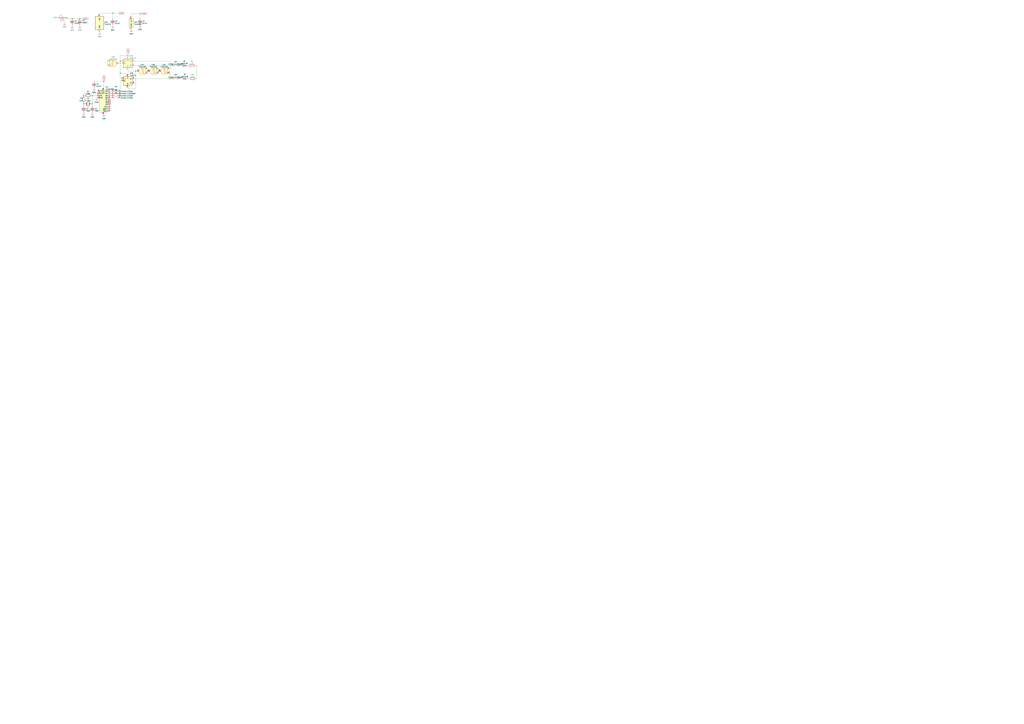
<source format=kicad_sch>
(kicad_sch (version 20211123) (generator eeschema)
  (paper "A0")
  (lib_symbols
    (symbol "74xx:74HC74" (pin_names (offset 1.016))
      (property "Reference" "U" (at -7.62 8.89 0))
      (property "Value" "74HC74" (at -7.62 -8.89 0))
      (symbol "74HC74_1_0"
        (pin input line (at 0 -7.62 90) (length 2.54) (name "~{R}") (number "1"))
        (pin input line (at -7.62 2.54 0) (length 2.54) (name "D") (number "2"))
        (pin input clock (at -7.62 0 0) (length 2.54) (name "C") (number "3"))
        (pin input line (at 0 7.62 270) (length 2.54) (name "~{S}") (number "4"))
        (pin output line (at 7.62 2.54 180) (length 2.54) (name "Q") (number "5"))
        (pin output line (at 7.62 -2.54 180) (length 2.54) (name "~{Q}") (number "6"))
      )
      (symbol "74HC74_1_1"
        (rectangle (start -5.08 5.08) (end 5.08 -5.08) (stroke (width 0.254)) (fill (type background)))
      )
      (symbol "74HC74_2_0"
        (pin input line (at 0 7.62 270) (length 2.54) (name "~{S}") (number "10"))
        (pin input clock (at -7.62 0 0) (length 2.54) (name "C") (number "11"))
        (pin input line (at -7.62 2.54 0) (length 2.54) (name "D") (number "12"))
        (pin input line (at 0 -7.62 90) (length 2.54) (name "~{R}") (number "13"))
        (pin output line (at 7.62 -2.54 180) (length 2.54) (name "~{Q}") (number "8"))
        (pin output line (at 7.62 2.54 180) (length 2.54) (name "Q") (number "9"))
      )
      (symbol "74HC74_2_1"
        (rectangle (start -5.08 5.08) (end 5.08 -5.08) (stroke (width 0.254)) (fill (type background)))
      )
      (symbol "74HC74_3_0"
        (pin power_in line (at 0 10.16 270) (length 2.54) (name "VCC") (number "14"))
        (pin power_in line (at 0 -10.16 90) (length 2.54) (name "GND") (number "7"))
      )
      (symbol "74HC74_3_1"
        (rectangle (start -5.08 7.62) (end 5.08 -7.62) (stroke (width 0.254)) (fill (type background)))
      )
    )
    (symbol "Connector:Conn_01x02_Male" (pin_names (offset 1.016) hide)
      (property "Reference" "J" (at 0 2.54 0))
      (property "Value" "Conn_01x02_Male" (at 0 -5.08 0))
      (symbol "Conn_01x02_Male_1_1"
        (polyline (pts (xy 1.27 -2.54) (xy 0.8636 -2.54)) (stroke (width 0.1524)))
        (polyline (pts (xy 1.27 0) (xy 0.8636 0)) (stroke (width 0.1524)))
        (rectangle (start 0.8636 -2.413) (end 0 -2.667) (stroke (width 0.1524)) (fill (type outline)))
        (rectangle (start 0.8636 0.127) (end 0 -0.127) (stroke (width 0.1524)) (fill (type outline)))
        (pin passive line (at 5.08 0 180) (length 3.81) (name "Pin_1") (number "1"))
        (pin passive line (at 5.08 -2.54 180) (length 3.81) (name "Pin_2") (number "2"))
      )
    )
    (symbol "Device:C" (pin_numbers hide) (pin_names (offset 0.254))
      (property "Reference" "C" (at 0.635 2.54 0))
      (property "Value" "C" (at 0.635 -2.54 0))
      (symbol "C_0_1"
        (polyline (pts (xy -2.032 -0.762) (xy 2.032 -0.762)) (stroke (width 0.508)))
        (polyline (pts (xy -2.032 0.762) (xy 2.032 0.762)) (stroke (width 0.508)))
      )
      (symbol "C_1_1"
        (pin passive line (at 0 3.81 270) (length 2.794) (name "~") (number "1"))
        (pin passive line (at 0 -3.81 90) (length 2.794) (name "~") (number "2"))
      )
    )
    (symbol "Device:C_Polarized" (pin_numbers hide) (pin_names (offset 0.254))
      (property "Reference" "C" (at 0.635 2.54 0))
      (property "Value" "C_Polarized" (at 0.635 -2.54 0))
      (symbol "C_Polarized_0_1"
        (rectangle (start -2.286 0.508) (end 2.286 1.016))
        (polyline (pts (xy -1.778 2.286) (xy -0.762 2.286)))
        (polyline (pts (xy -1.27 2.794) (xy -1.27 1.778)))
        (rectangle (start 2.286 -0.508) (end -2.286 -1.016) (fill (type outline)))
      )
      (symbol "C_Polarized_1_1"
        (pin passive line (at 0 3.81 270) (length 2.794) (name "~") (number "1"))
        (pin passive line (at 0 -3.81 90) (length 2.794) (name "~") (number "2"))
      )
    )
    (symbol "Device:Crystal" (pin_numbers hide) (pin_names (offset 1.016) hide)
      (property "Reference" "Y" (at 0 3.81 0))
      (property "Value" "Crystal" (at 0 -3.81 0))
      (symbol "Crystal_0_1"
        (rectangle (start -1.143 2.54) (end 1.143 -2.54) (stroke (width 0.3048)))
        (polyline (pts (xy -2.54 0) (xy -1.905 0)))
        (polyline (pts (xy -1.905 -1.27) (xy -1.905 1.27)) (stroke (width 0.508)))
        (polyline (pts (xy 1.905 -1.27) (xy 1.905 1.27)) (stroke (width 0.508)))
        (polyline (pts (xy 2.54 0) (xy 1.905 0)))
      )
      (symbol "Crystal_1_1"
        (pin passive line (at -3.81 0 0) (length 1.27) (name "1") (number "1"))
        (pin passive line (at 3.81 0 180) (length 1.27) (name "2") (number "2"))
      )
    )
    (symbol "Device:R" (pin_numbers hide) (pin_names (offset 0))
      (property "Reference" "R" (at 2.032 0 90))
      (property "Value" "R" (at 0 0 90))
      (symbol "R_0_1"
        (rectangle (start -1.016 -2.54) (end 1.016 2.54) (stroke (width 0.254)))
      )
      (symbol "R_1_1"
        (pin passive line (at 0 3.81 270) (length 1.27) (name "~") (number "1"))
        (pin passive line (at 0 -3.81 90) (length 1.27) (name "~") (number "2"))
      )
    )
    (symbol "Diode:1N4148" (pin_numbers hide) (pin_names (offset 1.016) hide)
      (property "Reference" "D" (at 0 2.54 0))
      (property "Value" "1N4148" (at 0 -2.54 0))
      (symbol "1N4148_0_1"
        (polyline (pts (xy -1.27 1.27) (xy -1.27 -1.27)) (stroke (width 0.254)))
        (polyline (pts (xy 1.27 0) (xy -1.27 0)))
        (polyline (pts (xy 1.27 1.27) (xy 1.27 -1.27) (xy -1.27 0) (xy 1.27 1.27)) (stroke (width 0.254)))
      )
      (symbol "1N4148_1_1"
        (pin passive line (at -3.81 0 0) (length 2.54) (name "K") (number "1"))
        (pin passive line (at 3.81 0 180) (length 2.54) (name "A") (number "2"))
      )
    )
    (symbol "Fossa_s_Library:74HC132"
      (property "Reference" "U" (at 1.905 6.35 0))
      (property "Value" "74HC132" (at -6.35 6.35 0))
      (symbol "74HC132_1_1"
        (arc (start 0 -3.81) (mid 3.81 0) (end 0 3.81) (fill (type background)))
        (polyline (pts (xy -3.175 -2.54) (xy -1.905 -2.54) (xy -1.27 2.54) (xy 0 2.54)) (stroke (width 0.1524)))
        (polyline (pts (xy -1.905 -2.54) (xy -0.635 -2.54) (xy 0 2.54) (xy 1.27 2.54)) (stroke (width 0.1524)))
        (polyline (pts (xy 0 3.81) (xy -3.81 3.81) (xy -3.81 -3.81) (xy 0 -3.81)) (fill (type background)))
        (pin input line (at -6.35 2.54 0) (length 2.54) (name "~") (number "1"))
        (pin input line (at -6.35 -2.54 0) (length 2.54) (name "~") (number "2"))
        (pin output inverted (at 6.35 0 180) (length 2.54) (name "~") (number "3"))
      )
      (symbol "74HC132_2_1"
        (polyline (pts (xy -2.54 -2.54) (xy -1.27 -2.54) (xy -0.635 2.54) (xy 0.635 2.54)) (stroke (width 0.1524)))
        (polyline (pts (xy -1.27 -2.54) (xy 0 -2.54) (xy 0.635 2.54) (xy 1.905 2.54)) (stroke (width 0.1524)))
        (polyline (pts (xy 0.635 3.81) (xy -3.175 3.81) (xy -3.175 -3.81) (xy 0.635 -3.81)) (fill (type background)))
        (arc (start 0.635 -3.81) (mid 4.445 0) (end 0.635 3.81) (fill (type background)))
        (pin input line (at -5.715 2.54 0) (length 2.54) (name "~") (number "4"))
        (pin input line (at -5.715 -2.54 0) (length 2.54) (name "~") (number "5"))
        (pin output inverted (at 6.985 0 180) (length 2.54) (name "~") (number "6"))
      )
      (symbol "74HC132_3_1"
        (polyline (pts (xy -1.905 -2.54) (xy -0.635 -2.54) (xy 0 2.54) (xy 1.27 2.54)) (stroke (width 0.1524)))
        (polyline (pts (xy -0.635 -2.54) (xy 0.635 -2.54) (xy 1.27 2.54) (xy 2.54 2.54)) (stroke (width 0.1524)))
        (polyline (pts (xy 1.27 3.81) (xy -2.54 3.81) (xy -2.54 -3.81) (xy 1.27 -3.81)) (fill (type background)))
        (arc (start 1.27 -3.81) (mid 5.08 0) (end 1.27 3.81) (fill (type background)))
        (pin input line (at -5.08 -2.54 0) (length 2.54) (name "~") (number "10"))
        (pin output inverted (at 7.62 0 180) (length 2.54) (name "~") (number "8"))
        (pin input line (at -5.08 2.54 0) (length 2.54) (name "~") (number "9"))
      )
      (symbol "74HC132_4_1"
        (polyline (pts (xy -1.905 -2.54) (xy -0.635 -2.54) (xy 0 2.54) (xy 1.27 2.54)) (stroke (width 0.1524)))
        (polyline (pts (xy -0.635 -2.54) (xy 0.635 -2.54) (xy 1.27 2.54) (xy 2.54 2.54)) (stroke (width 0.1524)))
        (polyline (pts (xy 1.27 3.81) (xy -2.54 3.81) (xy -2.54 -3.81) (xy 1.27 -3.81)) (fill (type background)))
        (arc (start 1.27 -3.81) (mid 5.08 0) (end 1.27 3.81) (fill (type background)))
        (pin output inverted (at 7.62 0 180) (length 2.54) (name "~") (number "11"))
        (pin input line (at -5.08 2.54 0) (length 2.54) (name "~") (number "12"))
        (pin input line (at -5.08 -2.54 0) (length 2.54) (name "~") (number "13"))
      )
      (symbol "74HC132_5_1"
        (rectangle (start -2.54 5.08) (end 2.54 -5.08) (stroke (width 0.1524)) (fill (type background)))
        (pin power_in line (at 0 7.62 270) (length 2.54) (name "VCC") (number "14"))
        (pin power_in line (at 0 -7.62 90) (length 2.54) (name "GND") (number "7"))
      )
    )
    (symbol "Fossa_s_Library:74HC4060"
      (property "Reference" "U" (at 3.81 7.62 0))
      (property "Value" "74HC4060" (at 5.715 9.525 0))
      (symbol "74HC4060_0_1"
        (rectangle (start -5.08 6.35) (end 5.08 -19.05) (stroke (width 0.1524)) (fill (type background)))
        (rectangle (start 26.67 -0.635) (end 26.67 -0.635) (stroke (width 0.1524)))
        (rectangle (start 26.67 -0.635) (end 26.67 -0.635) (stroke (width 0.1524)))
        (rectangle (start 26.67 -0.635) (end 26.67 -0.635) (stroke (width 0.1524)))
        (rectangle (start 26.67 -0.635) (end 26.67 -0.635) (stroke (width 0.1524)))
      )
      (symbol "74HC4060_1_1"
        (pin output line (at 7.62 -12.7 180) (length 2.54) (name "Q11") (number "1"))
        (pin output line (at -7.62 2.54 0) (length 2.54) (name "RTC") (number "10"))
        (pin input line (at -7.62 0 0) (length 2.54) (name "RS") (number "11"))
        (pin input inverted (at -7.62 -2.54 0) (length 2.54) (name "MR") (number "12"))
        (pin output line (at 7.62 -7.62 180) (length 2.54) (name "Q8") (number "13"))
        (pin output line (at 7.62 -5.08 180) (length 2.54) (name "Q7") (number "14"))
        (pin output line (at 7.62 -10.16 180) (length 2.54) (name "Q9") (number "15"))
        (pin power_in line (at 0 8.89 270) (length 2.54) (name "VCC") (number "16"))
        (pin output line (at 7.62 -15.24 180) (length 2.54) (name "Q12") (number "2"))
        (pin output line (at 7.62 -17.78 180) (length 2.54) (name "Q13") (number "3"))
        (pin output line (at 7.62 0 180) (length 2.54) (name "Q5") (number "4"))
        (pin output line (at 7.62 2.54 180) (length 2.54) (name "Q4") (number "5"))
        (pin output line (at 7.62 -2.54 180) (length 2.54) (name "Q6") (number "6"))
        (pin output line (at 7.62 5.08 180) (length 2.54) (name "Q3") (number "7"))
        (pin power_in line (at 0 -21.59 90) (length 2.54) (name "GND") (number "8"))
        (pin output line (at -7.62 5.08 0) (length 2.54) (name "CTC") (number "9"))
      )
    )
    (symbol "Jumper:Jumper_2_Bridged" (pin_names (offset 0) hide)
      (property "Reference" "JP" (at 0 1.905 0))
      (property "Value" "Jumper_2_Bridged" (at 0 -2.54 0))
      (symbol "Jumper_2_Bridged_0_0"
        (circle (center -2.032 0) (radius 0.508))
        (circle (center 2.032 0) (radius 0.508))
      )
      (symbol "Jumper_2_Bridged_0_1"
        (arc (start 1.524 0.254) (mid 0 0.762) (end -1.524 0.254))
      )
      (symbol "Jumper_2_Bridged_1_1"
        (pin passive line (at -5.08 0 0) (length 2.54) (name "A") (number "1"))
        (pin passive line (at 5.08 0 180) (length 2.54) (name "B") (number "2"))
      )
    )
    (symbol "Jumper:Jumper_2_Open" (pin_names (offset 0) hide)
      (property "Reference" "JP" (at 0 2.794 0))
      (property "Value" "Jumper_2_Open" (at 0 -2.286 0))
      (symbol "Jumper_2_Open_0_0"
        (circle (center -2.032 0) (radius 0.508))
        (circle (center 2.032 0) (radius 0.508))
      )
      (symbol "Jumper_2_Open_0_1"
        (arc (start 1.524 1.27) (mid 0 1.778) (end -1.524 1.27))
      )
      (symbol "Jumper_2_Open_1_1"
        (pin passive line (at -5.08 0 0) (length 2.54) (name "A") (number "1"))
        (pin passive line (at 5.08 0 180) (length 2.54) (name "B") (number "2"))
      )
    )
    (symbol "power:GND" (power) (pin_names (offset 0))
      (property "Value" "GND" (at 0 -3.81 0))
      (symbol "GND_0_1"
        (polyline (pts (xy 0 0) (xy 0 -1.27) (xy 1.27 -1.27) (xy 0 -2.54) (xy -1.27 -1.27) (xy 0 -1.27)))
      )
      (symbol "GND_1_1"
        (pin power_in line (at 0 0 270) (length 0) hide (name "GND") (number "1"))
      )
    )
  )
  (junction (at 107.315 120.65))
  (junction (at 157.48 82.55))
  (junction (at 107.315 111.125))
  (junction (at 92.71 21.59))
  (junction (at 184.15 82.55))
  (junction (at 139.7 111.125))
  (junction (at 130.81 15.24))
  (junction (at 171.45 82.55))
  (junction (at 139.7 85.09))
  (junction (at 97.155 120.65))
  (junction (at 162.56 15.875))
  (junction (at 83.82 21.59))
  (junction (at 139.7 71.12))
  (junction (at 148.59 64.77))
  (junction (at 139.7 106.045))
  (junction (at 197.485 91.44))
  (junction (at 139.7 108.585))
  (junction (at 97.155 111.125))
  (junction (at 120.65 94.615))
  (wire (pts (xy 107.315 111.125) (xy 113.03 111.125)))
  (wire (pts (xy 112.395 114.3) (xy 112.395 113.665)))
  (wire (pts (xy 107.315 123.19) (xy 107.315 120.65)))
  (wire (pts (xy 171.45 80.01) (xy 171.45 82.55)))
  (wire (pts (xy 139.7 71.12) (xy 139.7 85.09)))
  (wire (pts (xy 152.4 34.29) (xy 152.4 34.925)))
  (wire (pts (xy 97.155 119.38) (xy 97.155 120.65)))
  (wire (pts (xy 139.7 85.09) (xy 139.7 91.44)))
  (wire (pts (xy 208.915 91.44) (xy 210.82 91.44)))
  (wire (pts (xy 139.7 111.125) (xy 139.7 113.665)))
  (wire (pts (xy 156.21 71.12) (xy 197.485 71.12)))
  (wire (pts (xy 228.6 76.2) (xy 226.695 76.2)))
  (wire (pts (xy 184.15 82.55) (xy 184.15 85.09)))
  (wire (pts (xy 128.27 108.585) (xy 129.54 108.585)))
  (wire (pts (xy 148.59 101.6) (xy 148.59 102.87)))
  (wire (pts (xy 92.71 29.21) (xy 92.71 30.48)))
  (wire (pts (xy 139.7 64.77) (xy 148.59 64.77)))
  (wire (pts (xy 162.56 29.21) (xy 162.56 29.845)))
  (wire (pts (xy 164.465 15.875) (xy 162.56 15.875)))
  (wire (pts (xy 197.485 85.09) (xy 197.485 91.44)))
  (wire (pts (xy 148.59 102.87) (xy 157.48 102.87)))
  (wire (pts (xy 139.7 106.045) (xy 139.7 93.98)))
  (wire (pts (xy 128.27 106.045) (xy 129.54 106.045)))
  (wire (pts (xy 217.805 76.2) (xy 219.075 76.2)))
  (wire (pts (xy 74.93 24.13) (xy 74.93 26.67)))
  (wire (pts (xy 97.155 120.65) (xy 98.425 120.65)))
  (wire (pts (xy 107.315 111.125) (xy 107.315 120.65)))
  (wire (pts (xy 97.155 123.19) (xy 97.155 120.65)))
  (wire (pts (xy 157.48 82.55) (xy 148.59 82.55)))
  (wire (pts (xy 157.48 82.55) (xy 158.75 82.55)))
  (wire (pts (xy 115.57 16.51) (xy 115.57 15.24)))
  (wire (pts (xy 97.155 111.125) (xy 97.155 111.76)))
  (wire (pts (xy 139.7 93.98) (xy 140.97 93.98)))
  (wire (pts (xy 107.315 120.65) (xy 106.045 120.65)))
  (wire (pts (xy 157.48 102.87) (xy 157.48 82.55)))
  (wire (pts (xy 152.4 15.875) (xy 152.4 19.05)))
  (wire (pts (xy 218.44 91.44) (xy 219.71 91.44)))
  (wire (pts (xy 130.81 15.24) (xy 138.43 15.24)))
  (wire (pts (xy 197.485 80.01) (xy 196.85 80.01)))
  (wire (pts (xy 112.395 113.665) (xy 113.03 113.665)))
  (wire (pts (xy 115.57 36.83) (xy 115.57 38.1)))
  (wire (pts (xy 130.81 15.24) (xy 130.81 21.59)))
  (wire (pts (xy 156.21 76.2) (xy 198.755 76.2)))
  (wire (pts (xy 139.7 85.09) (xy 148.59 85.09)))
  (wire (pts (xy 109.22 102.235) (xy 109.22 102.87)))
  (wire (pts (xy 139.7 106.045) (xy 139.7 108.585)))
  (wire (pts (xy 113.03 108.585) (xy 97.155 108.585)))
  (wire (pts (xy 97.155 130.81) (xy 97.155 131.445)))
  (wire (pts (xy 128.27 113.665) (xy 129.54 113.665)))
  (wire (pts (xy 140.97 91.44) (xy 139.7 91.44)))
  (wire (pts (xy 196.85 85.09) (xy 197.485 85.09)))
  (wire (pts (xy 148.59 86.36) (xy 148.59 85.09)))
  (wire (pts (xy 137.795 73.66) (xy 140.97 73.66)))
  (wire (pts (xy 97.155 111.125) (xy 98.425 111.125)))
  (wire (pts (xy 197.485 91.44) (xy 198.755 91.44)))
  (wire (pts (xy 83.82 21.59) (xy 74.93 21.59)))
  (wire (pts (xy 125.095 71.12) (xy 125.095 76.2)))
  (wire (pts (xy 97.155 108.585) (xy 97.155 111.125)))
  (wire (pts (xy 208.915 76.2) (xy 210.185 76.2)))
  (wire (pts (xy 197.485 71.12) (xy 197.485 80.01)))
  (wire (pts (xy 227.33 91.44) (xy 228.6 91.44)))
  (wire (pts (xy 162.56 15.875) (xy 162.56 21.59)))
  (wire (pts (xy 107.315 130.81) (xy 107.315 131.445)))
  (wire (pts (xy 162.56 15.875) (xy 152.4 15.875)))
  (wire (pts (xy 130.81 29.21) (xy 130.81 30.48)))
  (wire (pts (xy 115.57 15.24) (xy 130.81 15.24)))
  (wire (pts (xy 120.65 132.715) (xy 120.65 133.35)))
  (wire (pts (xy 120.65 94.615) (xy 120.65 102.235)))
  (wire (pts (xy 148.59 64.77) (xy 148.59 66.04)))
  (wire (pts (xy 92.71 21.59) (xy 96.52 21.59)))
  (wire (pts (xy 171.45 82.55) (xy 171.45 85.09)))
  (wire (pts (xy 148.59 82.55) (xy 148.59 81.28)))
  (wire (pts (xy 139.7 71.12) (xy 139.7 64.77)))
  (wire (pts (xy 228.6 91.44) (xy 228.6 76.2)))
  (wire (pts (xy 139.7 108.585) (xy 139.7 111.125)))
  (wire (pts (xy 128.27 111.125) (xy 129.54 111.125)))
  (wire (pts (xy 83.82 29.21) (xy 83.82 30.48)))
  (wire (pts (xy 197.485 91.44) (xy 156.21 91.44)))
  (wire (pts (xy 83.82 21.59) (xy 92.71 21.59)))
  (wire (pts (xy 107.315 111.125) (xy 106.045 111.125)))
  (wire (pts (xy 120.65 93.345) (xy 120.65 94.615)))
  (wire (pts (xy 148.59 62.23) (xy 148.59 64.77)))
  (wire (pts (xy 109.22 94.615) (xy 120.65 94.615)))
  (wire (pts (xy 184.15 80.01) (xy 184.15 82.55)))
  (wire (pts (xy 140.97 71.12) (xy 139.7 71.12)))
  (global_label "+5V" (shape output) (at 164.465 15.875 0) (property "Intersheet References" "${INTERSHEET_REFS}" (effects hide)))
  (global_label "+5V" (shape output) (at 138.43 15.24 0) (property "Intersheet References" "${INTERSHEET_REFS}" (effects hide)))
  (global_label "+5V" (shape output) (at 96.52 21.59 0) (property "Intersheet References" "${INTERSHEET_REFS}" (effects hide)))
  (global_label "+5V" (shape output) (at 120.65 93.345 90) (property "Intersheet References" "${INTERSHEET_REFS}" (effects hide)))
  (global_label "+5V" (shape output) (at 148.59 62.23 90) (property "Intersheet References" "${INTERSHEET_REFS}" (effects hide)))
  (symbol (lib_id "power:GND") (at 130.81 30.48 0) (unit 1)
    (property "Reference" "#PWR?" (effects hide))
    (property "Value" "GND" (at 130.81 34.9234 0))
  )
  (symbol (lib_id "Device:C") (at 130.81 25.4 0) (unit 1)
    (property "Reference" "C?" (at 133.731 24.5653 0) (effects (justify left)))
    (property "Value" "0.1uF" (at 133.731 27.1022 0) (effects (justify left)))
  )
  (symbol (lib_id "Device:C") (at 107.315 127 0) (unit 1)
    (property "Reference" "C?" (at 110.236 126.1653 0) (effects (justify left)))
    (property "Value" "30pF" (at 110.236 128.7022 0) (effects (justify left)))
  )
  (symbol (lib_id "Jumper:Jumper_2_Open") (at 134.62 111.125 0) (unit 1)
    (property "Reference" "JP?" (at 134.62 105.7742 0))
    (property "Value" "Jumper_2_Open" (at 147.32 111.125 0))
  )
  (symbol (lib_id "Jumper:Jumper_2_Bridged") (at 203.835 91.44 0) (unit 1)
    (property "Reference" "JP?" (at 203.835 87.1052 0))
    (property "Value" "Jumper_2_Bridged" (at 203.835 89.6421 0))
  )
  (symbol (lib_id "power:GND") (at 107.315 131.445 0) (unit 1)
    (property "Reference" "#PWR?" (effects hide))
    (property "Value" "GND" (at 107.315 135.8884 0))
  )
  (symbol (lib_id "Device:C") (at 162.56 25.4 0) (unit 1)
    (property "Reference" "C?" (at 165.481 24.5653 0) (effects (justify left)))
    (property "Value" "0.1uF" (at 165.481 27.1022 0) (effects (justify left)))
  )
  (symbol (lib_id "power:GND") (at 83.82 30.48 0) (unit 1)
    (property "Reference" "#PWR?" (effects hide))
    (property "Value" "GND" (at 83.82 34.9234 0))
  )
  (symbol (lib_id "Device:R") (at 222.885 76.2 90) (unit 1)
    (property "Reference" "R?" (at 222.885 71.4842 90))
    (property "Value" "4.7K" (at 222.885 74.0211 90))
  )
  (symbol (lib_id "74xx:74HC74") (at 148.59 73.66 0) (unit 1)
    (property "Reference" "U?" (at 150.6094 64.8802 0) (effects (justify left)))
    (property "Value" "74HC74" (at 150.6094 67.4171 0) (effects (justify left)))
    (property "Datasheet" "74xx/74hc_hct74.pdf" (effects hide))
  )
  (symbol (lib_id "Fossa_s_Library:74HC132") (at 178.435 82.55 0) (mirror y) (unit 2)
    (property "Reference" "U?" (at 177.8 75.1672 0))
    (property "Value" "74HC132" (at 177.8 77.7041 0))
  )
  (symbol (lib_id "Diode:1N4148") (at 214.63 91.44 0) (unit 1)
    (property "Reference" "D?" (at 214.63 86.4702 0))
    (property "Value" "1N4148" (at 214.63 89.0071 0))
    (property "Footprint" "Diode_THT:D_DO-35_SOD27_P7.62mm_Horizontal" (effects hide))
    (property "Datasheet" "https://assets.nexperia.com/documents/data-sheet/1N4148_1N4448.pdf" (effects hide))
  )
  (symbol (lib_id "Device:C") (at 97.155 127 0) (unit 1)
    (property "Reference" "C?" (at 100.076 126.1653 0) (effects (justify left)))
    (property "Value" "30pF" (at 100.076 128.7022 0) (effects (justify left)))
  )
  (symbol (lib_id "power:GND") (at 74.93 26.67 0) (unit 1)
    (property "Reference" "#PWR?" (effects hide))
    (property "Value" "GND" (at 74.93 31.1134 0))
  )
  (symbol (lib_id "power:GND") (at 112.395 114.3 0) (unit 1)
    (property "Reference" "#PWR?" (effects hide))
    (property "Value" "GND" (at 112.395 118.7434 0))
  )
  (symbol (lib_id "Connector:Conn_01x02_Male") (at 69.85 21.59 0) (unit 1)
    (property "Reference" "J?" (at 70.485 17.814 0))
    (property "Value" "Conn_01x02_Male" (at 70.485 20.3509 0))
  )
  (symbol (lib_id "Fossa_s_Library:74HC132") (at 152.4 26.67 0) (unit 5)
    (property "Reference" "U?" (at 155.6512 25.8353 0) (effects (justify left)))
    (property "Value" "74HC132" (at 155.6512 28.3722 0) (effects (justify left)))
  )
  (symbol (lib_id "power:GND") (at 109.22 102.87 0) (unit 1)
    (property "Reference" "#PWR?" (effects hide))
    (property "Value" "GND" (at 109.22 107.3134 0))
  )
  (symbol (lib_id "74xx:74HC74") (at 115.57 26.67 0) (unit 3)
    (property "Reference" "U?" (at 121.412 25.8353 0) (effects (justify left)))
    (property "Value" "74HC74" (at 121.412 28.3722 0) (effects (justify left)))
    (property "Datasheet" "74xx/74hc_hct74.pdf" (effects hide))
  )
  (symbol (lib_id "Jumper:Jumper_2_Open") (at 134.62 113.665 0) (unit 1)
    (property "Reference" "JP?" (at 134.62 108.3142 0))
    (property "Value" "Jumper_2_Open" (at 147.32 113.665 0))
  )
  (symbol (lib_id "Device:R") (at 97.155 115.57 0) (unit 1)
    (property "Reference" "R?" (at 93.345 114.3 0) (effects (justify left)))
    (property "Value" "2.2k" (at 92.075 116.84 0) (effects (justify left)))
  )
  (symbol (lib_id "74xx:74HC74") (at 148.59 93.98 0) (unit 2)
    (property "Reference" "U?" (at 150.6094 85.2002 0) (effects (justify left)))
    (property "Value" "74HC74" (at 150.6094 87.7371 0) (effects (justify left)))
    (property "Datasheet" "74xx/74hc_hct74.pdf" (effects hide))
  )
  (symbol (lib_id "power:GND") (at 97.155 131.445 0) (unit 1)
    (property "Reference" "#PWR?" (effects hide))
    (property "Value" "GND" (at 97.155 135.8884 0))
  )
  (symbol (lib_id "Diode:1N4148") (at 213.995 76.2 0) (mirror y) (unit 1)
    (property "Reference" "D?" (at 213.995 71.2302 0))
    (property "Value" "1N4148" (at 213.995 73.7671 0))
    (property "Footprint" "Diode_THT:D_DO-35_SOD27_P7.62mm_Horizontal" (effects hide))
    (property "Datasheet" "https://assets.nexperia.com/documents/data-sheet/1N4148_1N4448.pdf" (effects hide))
  )
  (symbol (lib_id "Jumper:Jumper_2_Bridged") (at 134.62 108.585 0) (unit 1)
    (property "Reference" "JP?" (at 134.62 104.2502 0))
    (property "Value" "Jumper_2_Bridged" (at 148.59 108.585 0))
  )
  (symbol (lib_id "Fossa_s_Library:74HC132") (at 165.1 82.55 0) (mirror y) (unit 1)
    (property "Reference" "U?" (at 165.1 75.1672 0))
    (property "Value" "74HC132" (at 165.1 77.7041 0))
  )
  (symbol (lib_id "Device:Crystal") (at 102.235 120.65 0) (unit 1)
    (property "Reference" "Y?" (at 102.235 114.3848 0))
    (property "Value" "1 MHz" (at 102.235 116.9217 0))
  )
  (symbol (lib_id "Jumper:Jumper_2_Open") (at 134.62 106.045 0) (unit 1)
    (property "Reference" "JP?" (at 134.62 100.6942 0))
    (property "Value" "Jumper_2_Open" (at 147.32 106.045 0))
  )
  (symbol (lib_id "power:GND") (at 162.56 29.845 0) (unit 1)
    (property "Reference" "#PWR?" (effects hide))
    (property "Value" "GND" (at 162.56 34.2884 0))
  )
  (symbol (lib_id "Fossa_s_Library:74HC132") (at 130.175 73.66 0) (unit 4)
    (property "Reference" "U?" (at 131.445 66.2772 0))
    (property "Value" "74HC132" (at 131.445 68.8141 0))
  )
  (symbol (lib_id "Jumper:Jumper_2_Bridged") (at 203.835 76.2 0) (unit 1)
    (property "Reference" "JP?" (at 203.835 71.8652 0))
    (property "Value" "Jumper_2_Bridged" (at 203.835 74.4021 0))
  )
  (symbol (lib_id "power:GND") (at 115.57 38.1 0) (unit 1)
    (property "Reference" "#PWR?" (effects hide))
    (property "Value" "GND" (at 115.57 42.5434 0))
  )
  (symbol (lib_id "power:GND") (at 92.71 30.48 0) (unit 1)
    (property "Reference" "#PWR?" (effects hide))
    (property "Value" "GND" (at 92.71 34.9234 0))
  )
  (symbol (lib_id "Device:C") (at 109.22 98.425 0) (unit 1)
    (property "Reference" "C?" (at 112.141 97.5903 0) (effects (justify left)))
    (property "Value" "0.1uF" (at 112.141 100.1272 0) (effects (justify left)))
  )
  (symbol (lib_id "Device:R") (at 223.52 91.44 90) (unit 1)
    (property "Reference" "R?" (at 223.52 86.7242 90))
    (property "Value" "4.7K" (at 223.52 89.2611 90))
  )
  (symbol (lib_id "Device:C") (at 83.82 25.4 0) (unit 1)
    (property "Reference" "C?" (at 86.741 24.5653 0) (effects (justify left)))
    (property "Value" "0.1uF" (at 86.741 27.1022 0) (effects (justify left)))
  )
  (symbol (lib_id "Fossa_s_Library:74HC132") (at 191.77 82.55 0) (mirror y) (unit 3)
    (property "Reference" "U?" (at 190.5 75.1672 0))
    (property "Value" "74HC132" (at 190.5 77.7041 0))
  )
  (symbol (lib_id "Device:C_Polarized") (at 92.71 25.4 0) (unit 1)
    (property "Reference" "C?" (at 95.631 23.6763 0) (effects (justify left)))
    (property "Value" "100uF" (at 95.631 26.2132 0) (effects (justify left)))
  )
  (symbol (lib_id "Fossa_s_Library:74HC4060") (at 120.65 111.125 0) (unit 1)
    (property "Reference" "U?" (at 122.6694 101.126 0) (effects (justify left)))
    (property "Value" "74HC4060" (at 122.6694 103.6629 0) (effects (justify left)))
  )
  (symbol (lib_id "Device:R") (at 102.235 111.125 90) (unit 1)
    (property "Reference" "R?" (at 102.235 106.4092 90))
    (property "Value" "470k" (at 102.235 108.9461 90))
  )
  (symbol (lib_id "power:GND") (at 120.65 133.35 0) (unit 1)
    (property "Reference" "#PWR?" (effects hide))
    (property "Value" "GND" (at 120.65 137.7934 0))
  )
  (symbol (lib_id "power:GND") (at 152.4 34.925 0) (unit 1)
    (property "Reference" "#PWR?" (effects hide))
    (property "Value" "GND" (at 152.4 39.3684 0))
  )
)
</source>
